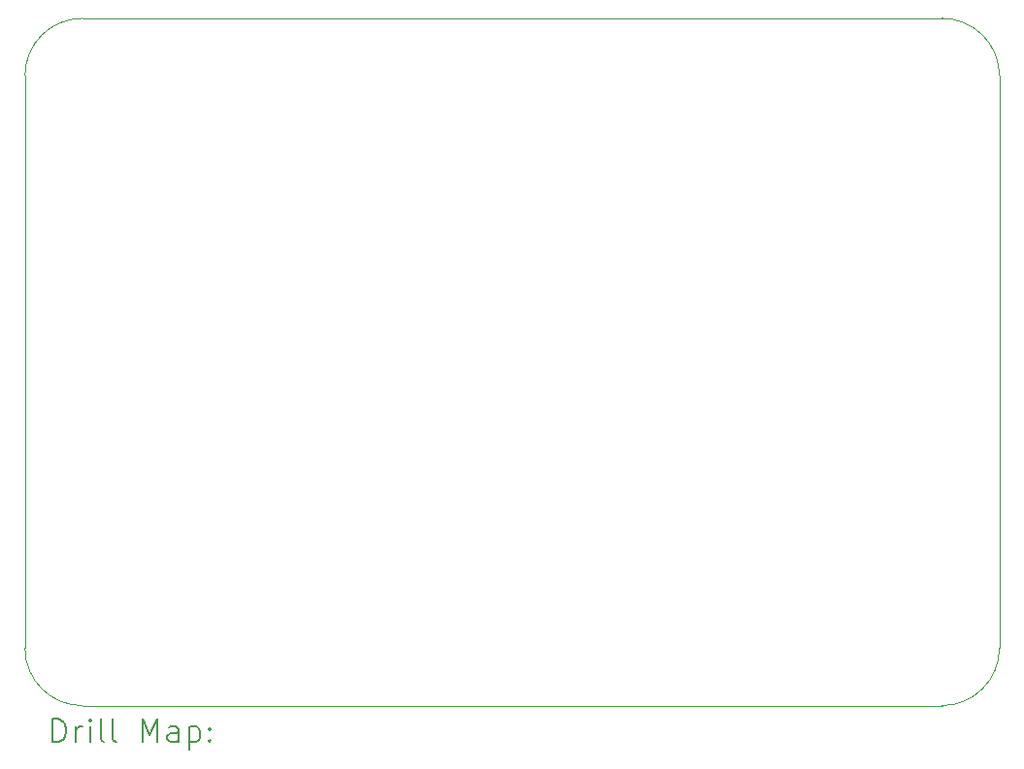
<source format=gbr>
%TF.GenerationSoftware,KiCad,Pcbnew,7.0.1*%
%TF.CreationDate,2023-05-01T00:30:47+02:00*%
%TF.ProjectId,ChuaCircuits,43687561-4369-4726-9375-6974732e6b69,rev?*%
%TF.SameCoordinates,Original*%
%TF.FileFunction,Drillmap*%
%TF.FilePolarity,Positive*%
%FSLAX45Y45*%
G04 Gerber Fmt 4.5, Leading zero omitted, Abs format (unit mm)*
G04 Created by KiCad (PCBNEW 7.0.1) date 2023-05-01 00:30:47*
%MOMM*%
%LPD*%
G01*
G04 APERTURE LIST*
%ADD10C,0.100000*%
%ADD11C,0.200000*%
G04 APERTURE END LIST*
D10*
X14856000Y-12153000D02*
G75*
G03*
X15356000Y-11653000I0J500000D01*
G01*
X15356000Y-6653000D02*
G75*
G03*
X14856000Y-6153000I-500000J0D01*
G01*
X6856000Y-11653000D02*
G75*
G03*
X7356000Y-12153000I500000J0D01*
G01*
X15356000Y-11653000D02*
X15356000Y-6653000D01*
X7356000Y-6153000D02*
X14856000Y-6153000D01*
X7356000Y-6153000D02*
G75*
G03*
X6856000Y-6653000I0J-500000D01*
G01*
X6856000Y-11653000D02*
X6856000Y-6653000D01*
X7356000Y-12153000D02*
X14856000Y-12153000D01*
D11*
X7098619Y-12470524D02*
X7098619Y-12270524D01*
X7098619Y-12270524D02*
X7146238Y-12270524D01*
X7146238Y-12270524D02*
X7174809Y-12280048D01*
X7174809Y-12280048D02*
X7193857Y-12299095D01*
X7193857Y-12299095D02*
X7203381Y-12318143D01*
X7203381Y-12318143D02*
X7212905Y-12356238D01*
X7212905Y-12356238D02*
X7212905Y-12384809D01*
X7212905Y-12384809D02*
X7203381Y-12422905D01*
X7203381Y-12422905D02*
X7193857Y-12441952D01*
X7193857Y-12441952D02*
X7174809Y-12461000D01*
X7174809Y-12461000D02*
X7146238Y-12470524D01*
X7146238Y-12470524D02*
X7098619Y-12470524D01*
X7298619Y-12470524D02*
X7298619Y-12337190D01*
X7298619Y-12375286D02*
X7308143Y-12356238D01*
X7308143Y-12356238D02*
X7317667Y-12346714D01*
X7317667Y-12346714D02*
X7336714Y-12337190D01*
X7336714Y-12337190D02*
X7355762Y-12337190D01*
X7422428Y-12470524D02*
X7422428Y-12337190D01*
X7422428Y-12270524D02*
X7412905Y-12280048D01*
X7412905Y-12280048D02*
X7422428Y-12289571D01*
X7422428Y-12289571D02*
X7431952Y-12280048D01*
X7431952Y-12280048D02*
X7422428Y-12270524D01*
X7422428Y-12270524D02*
X7422428Y-12289571D01*
X7546238Y-12470524D02*
X7527190Y-12461000D01*
X7527190Y-12461000D02*
X7517667Y-12441952D01*
X7517667Y-12441952D02*
X7517667Y-12270524D01*
X7651000Y-12470524D02*
X7631952Y-12461000D01*
X7631952Y-12461000D02*
X7622428Y-12441952D01*
X7622428Y-12441952D02*
X7622428Y-12270524D01*
X7879571Y-12470524D02*
X7879571Y-12270524D01*
X7879571Y-12270524D02*
X7946238Y-12413381D01*
X7946238Y-12413381D02*
X8012905Y-12270524D01*
X8012905Y-12270524D02*
X8012905Y-12470524D01*
X8193857Y-12470524D02*
X8193857Y-12365762D01*
X8193857Y-12365762D02*
X8184333Y-12346714D01*
X8184333Y-12346714D02*
X8165286Y-12337190D01*
X8165286Y-12337190D02*
X8127190Y-12337190D01*
X8127190Y-12337190D02*
X8108143Y-12346714D01*
X8193857Y-12461000D02*
X8174809Y-12470524D01*
X8174809Y-12470524D02*
X8127190Y-12470524D01*
X8127190Y-12470524D02*
X8108143Y-12461000D01*
X8108143Y-12461000D02*
X8098619Y-12441952D01*
X8098619Y-12441952D02*
X8098619Y-12422905D01*
X8098619Y-12422905D02*
X8108143Y-12403857D01*
X8108143Y-12403857D02*
X8127190Y-12394333D01*
X8127190Y-12394333D02*
X8174809Y-12394333D01*
X8174809Y-12394333D02*
X8193857Y-12384809D01*
X8289095Y-12337190D02*
X8289095Y-12537190D01*
X8289095Y-12346714D02*
X8308143Y-12337190D01*
X8308143Y-12337190D02*
X8346238Y-12337190D01*
X8346238Y-12337190D02*
X8365286Y-12346714D01*
X8365286Y-12346714D02*
X8374809Y-12356238D01*
X8374809Y-12356238D02*
X8384333Y-12375286D01*
X8384333Y-12375286D02*
X8384333Y-12432428D01*
X8384333Y-12432428D02*
X8374809Y-12451476D01*
X8374809Y-12451476D02*
X8365286Y-12461000D01*
X8365286Y-12461000D02*
X8346238Y-12470524D01*
X8346238Y-12470524D02*
X8308143Y-12470524D01*
X8308143Y-12470524D02*
X8289095Y-12461000D01*
X8470048Y-12451476D02*
X8479571Y-12461000D01*
X8479571Y-12461000D02*
X8470048Y-12470524D01*
X8470048Y-12470524D02*
X8460524Y-12461000D01*
X8460524Y-12461000D02*
X8470048Y-12451476D01*
X8470048Y-12451476D02*
X8470048Y-12470524D01*
X8470048Y-12346714D02*
X8479571Y-12356238D01*
X8479571Y-12356238D02*
X8470048Y-12365762D01*
X8470048Y-12365762D02*
X8460524Y-12356238D01*
X8460524Y-12356238D02*
X8470048Y-12346714D01*
X8470048Y-12346714D02*
X8470048Y-12365762D01*
M02*

</source>
